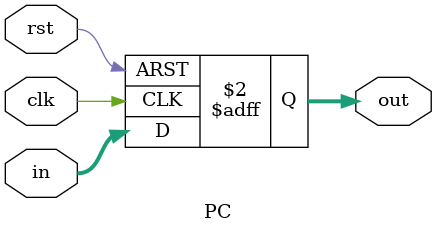
<source format=v>
`timescale 1ns / 1ps


module PC(
    input [31:0] in,
    input clk,
    input rst,
    output reg [31:0] out
    );
    always @(posedge clk or posedge rst) begin
    if(rst) out <= 32'd0;
    else
    out <= in;
    end
endmodule

</source>
